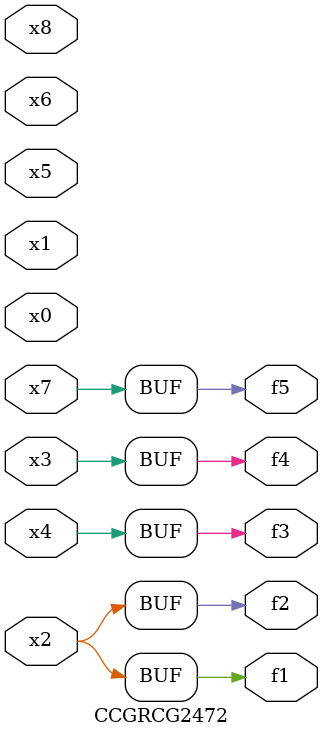
<source format=v>
module CCGRCG2472(
	input x0, x1, x2, x3, x4, x5, x6, x7, x8,
	output f1, f2, f3, f4, f5
);
	assign f1 = x2;
	assign f2 = x2;
	assign f3 = x4;
	assign f4 = x3;
	assign f5 = x7;
endmodule

</source>
